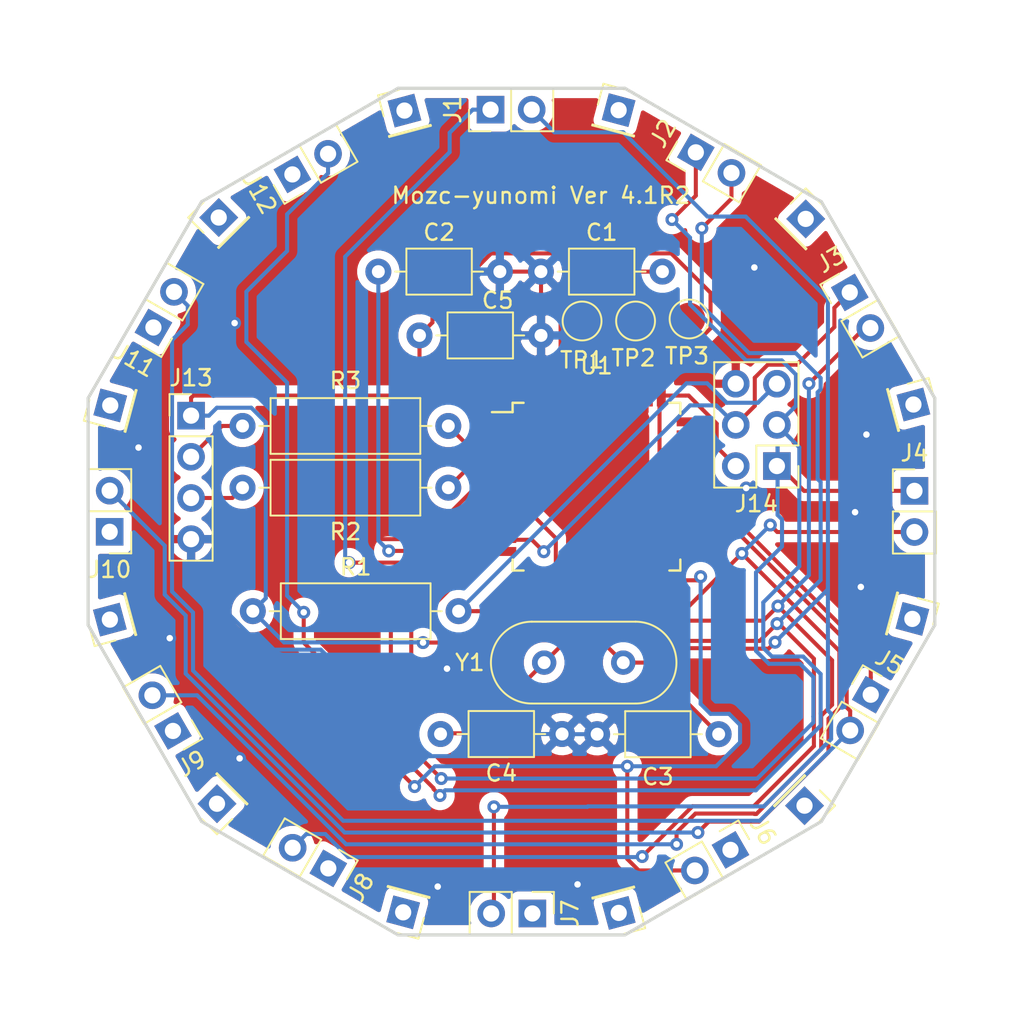
<source format=kicad_pcb>
(kicad_pcb (version 20171130) (host pcbnew 5.99.0+really5.1.10+dfsg1-1)
  (layers (0 F.Cu signal) (31 B.Cu signal) (34 B.Paste user) (35 F.Paste user) (36 B.SilkS user) (37 F.SilkS user) (38 B.Mask user) (39 F.Mask user) (44 Edge.Cuts user))
  (net 0 "")
  (net 1 "Net-(C1-Pad2)")
  (net 2 GND)
  (net 3 "Net-(C2-Pad1)")
  (net 4 XTAL1)
  (net 5 XTAL2)
  (net 6 ROW0)
  (net 7 COL0)
  (net 8 COL1)
  (net 9 ROW1)
  (net 10 COL2)
  (net 11 COL3)
  (net 12 ROW4)
  (net 13 COL4)
  (net 14 +5V)
  (net 15 D-)
  (net 16 D+)
  (net 17 "Net-(R2-Pad1)")
  (net 18 "Net-(R3-Pad1)")
  (net 19 RST)
  (net 20 "Net-(TP2-Pad1)")
  (net 21 "Net-(TP3-Pad1)")
  (net 22 MOSI)
  (net 23 MISO)
  (net 24 COL5)
  (net 25 "Net-(TP1-Pad1)")
  (module Capacitor_THT:C_Axial_L3.8mm_D2.6mm_P7.50mm_Horizontal (layer F.Cu) (at 144.78 82.55)
    (fp_text reference C1 (at 3.75 -2.42) (layer F.SilkS))
    (fp_text value 0.1uF)
    (pad 2 thru_hole oval (at 7.5 0) (size 1.6 1.6) (drill 0.8) (layers *.Cu *.Mask) (net 1 "Net-(C1-Pad2)"))
    (pad 1 thru_hole circle (at 0 0) (size 1.6 1.6) (drill 0.8) (layers *.Cu *.Mask) (net 2 GND))
  )
  (module Capacitor_THT:C_Axial_L3.8mm_D2.6mm_P7.50mm_Horizontal (layer F.Cu) (at 134.747 82.55)
    (fp_text reference C2 (at 3.75 -2.42) (layer F.SilkS))
    (fp_text value 1uF)
    (pad 1 thru_hole circle (at 0 0) (size 1.6 1.6) (drill 0.8) (layers *.Cu *.Mask) (net 3 "Net-(C2-Pad1)"))
    (pad 2 thru_hole oval (at 7.5 0) (size 1.6 1.6) (drill 0.8) (layers *.Cu *.Mask) (net 2 GND))
  )
  (module Capacitor_THT:C_Axial_L3.8mm_D2.6mm_P7.50mm_Horizontal (layer F.Cu) (at 148.24964 111.09706)
    (fp_text reference C3 (at 3.75 2.63144) (layer F.SilkS))
    (fp_text value C)
    (pad 2 thru_hole oval (at 7.5 0) (size 1.6 1.6) (drill 0.8) (layers *.Cu *.Mask) (net 4 XTAL1))
    (pad 1 thru_hole circle (at 0 0) (size 1.6 1.6) (drill 0.8) (layers *.Cu *.Mask) (net 2 GND))
  )
  (module Capacitor_THT:C_Axial_L3.8mm_D2.6mm_P7.50mm_Horizontal (layer F.Cu) (at 146.08556 111.0869 180)
    (fp_text reference C4 (at 3.75 -2.42) (layer F.SilkS))
    (fp_text value C)
    (pad 1 thru_hole circle (at 0 0 180) (size 1.6 1.6) (drill 0.8) (layers *.Cu *.Mask) (net 2 GND))
    (pad 2 thru_hole oval (at 7.5 0 180) (size 1.6 1.6) (drill 0.8) (layers *.Cu *.Mask) (net 5 XTAL2))
  )
  (module Connector_PinHeader_2.54mm:PinHeader_1x02_P2.54mm_Vertical (layer F.Cu) (at 141.67104 72.5551 90)
    (fp_text reference J1 (at 0 -2.33 90) (layer F.SilkS))
    (fp_text value Conn_01x02_Male)
    (pad 2 thru_hole oval (at 0 2.54 90) (size 1.7 1.7) (drill 1) (layers *.Cu *.Mask) (net 7 COL0))
    (pad 1 thru_hole rect (at 0 0 90) (size 1.7 1.7) (drill 1) (layers *.Cu *.Mask) (net 6 ROW0))
  )
  (module Connector_PinHeader_2.54mm:PinHeader_1x02_P2.54mm_Vertical (layer F.Cu) (at 154.34056 75.18908 60)
    (fp_text reference J2 (at 0 -2.33 60) (layer F.SilkS))
    (fp_text value Conn_01x02_Male)
    (pad 1 thru_hole rect (at 0 0 60) (size 1.7 1.7) (drill 1) (layers *.Cu *.Mask) (net 9 ROW1))
    (pad 2 thru_hole oval (at 0 2.54 60) (size 1.7 1.7) (drill 1) (layers *.Cu *.Mask) (net 8 COL1))
  )
  (module Connector_PinHeader_2.54mm:PinHeader_1x02_P2.54mm_Vertical (layer F.Cu) (at 163.84016 83.8327 30)
    (fp_text reference J3 (at 0 -2.33 30) (layer F.SilkS))
    (fp_text value Conn_01x02_Male)
    (pad 2 thru_hole oval (at 0 2.54 30) (size 1.7 1.7) (drill 1) (layers *.Cu *.Mask) (net 10 COL2))
    (pad 1 thru_hole rect (at 0 0 30) (size 1.7 1.7) (drill 1) (layers *.Cu *.Mask) (net 22 MOSI))
  )
  (module Connector_PinHeader_2.54mm:PinHeader_1x02_P2.54mm_Vertical (layer F.Cu) (at 167.83304 96.08058)
    (fp_text reference J4 (at 0 -2.33) (layer F.SilkS))
    (fp_text value Conn_01x02_Male)
    (pad 1 thru_hole rect (at 0 0) (size 1.7 1.7) (drill 1) (layers *.Cu *.Mask) (net 23 MISO))
    (pad 2 thru_hole oval (at 0 2.54) (size 1.7 1.7) (drill 1) (layers *.Cu *.Mask) (net 11 COL3))
  )
  (module Connector_PinHeader_2.54mm:PinHeader_1x02_P2.54mm_Vertical (layer F.Cu) (at 165.13556 108.6612 330)
    (fp_text reference J5 (at 0 -2.33 150) (layer F.SilkS))
    (fp_text value Conn_01x02_Male)
    (pad 2 thru_hole oval (at 0 2.54 330) (size 1.7 1.7) (drill 1) (layers *.Cu *.Mask) (net 13 COL4))
    (pad 1 thru_hole rect (at 0 0 330) (size 1.7 1.7) (drill 1) (layers *.Cu *.Mask) (net 12 ROW4))
  )
  (module Connector_PinHeader_2.54mm:PinHeader_1x02_P2.54mm_Vertical (layer F.Cu) (at 156.47924 118.237 300)
    (fp_text reference J6 (at 0 -2.33 120) (layer F.SilkS))
    (fp_text value Conn_01x02_Male)
    (pad 1 thru_hole rect (at 0 0 300) (size 1.7 1.7) (drill 1) (layers *.Cu *.Mask))
    (pad 2 thru_hole oval (at 0 2.54 300) (size 1.7 1.7) (drill 1) (layers *.Cu *.Mask) (net 24 COL5))
  )
  (module Connector_PinHeader_2.54mm:PinHeader_1x02_P2.54mm_Vertical (layer F.Cu) (at 144.25168 122.1613 270)
    (fp_text reference J7 (at 0 -2.33 90) (layer F.SilkS))
    (fp_text value Conn_01x02_Male)
    (pad 2 thru_hole oval (at 0 2.54 270) (size 1.7 1.7) (drill 1) (layers *.Cu *.Mask) (net 7 COL0))
    (pad 1 thru_hole rect (at 0 0 270) (size 1.7 1.7) (drill 1) (layers *.Cu *.Mask))
  )
  (module Connector_PinHeader_2.54mm:PinHeader_1x02_P2.54mm_Vertical (layer F.Cu) (at 131.65836 119.37746 240)
    (fp_text reference J8 (at 0 -2.33 60) (layer F.SilkS))
    (fp_text value Conn_01x02_Male)
    (pad 1 thru_hole rect (at 0 0 240) (size 1.7 1.7) (drill 1) (layers *.Cu *.Mask))
    (pad 2 thru_hole oval (at 0 2.54 240) (size 1.7 1.7) (drill 1) (layers *.Cu *.Mask) (net 8 COL1))
  )
  (module Connector_PinHeader_2.54mm:PinHeader_1x02_P2.54mm_Vertical (layer F.Cu) (at 122.0724 110.8964 210)
    (fp_text reference J9 (at 0 -2.33 30) (layer F.SilkS))
    (fp_text value Conn_01x02_Male)
    (pad 2 thru_hole oval (at 0 2.54 210) (size 1.7 1.7) (drill 1) (layers *.Cu *.Mask) (net 10 COL2))
    (pad 1 thru_hole rect (at 0 0 210) (size 1.7 1.7) (drill 1) (layers *.Cu *.Mask))
  )
  (module Connector_PinHeader_2.54mm:PinHeader_1x02_P2.54mm_Vertical (layer F.Cu) (at 118.16588 98.60788 180)
    (fp_text reference J10 (at 0 -2.33) (layer F.SilkS))
    (fp_text value Conn_01x02_Male)
    (pad 1 thru_hole rect (at 0 0 180) (size 1.7 1.7) (drill 1) (layers *.Cu *.Mask))
    (pad 2 thru_hole oval (at 0 2.54 180) (size 1.7 1.7) (drill 1) (layers *.Cu *.Mask) (net 11 COL3))
  )
  (module Connector_PinHeader_2.54mm:PinHeader_1x02_P2.54mm_Vertical (layer F.Cu) (at 120.8659 85.99932 150)
    (fp_text reference J11 (at 0 -2.33 150) (layer F.SilkS))
    (fp_text value Conn_01x02_Male)
    (pad 2 thru_hole oval (at 0 2.54 150) (size 1.7 1.7) (drill 1) (layers *.Cu *.Mask) (net 13 COL4))
    (pad 1 thru_hole rect (at 0 0 150) (size 1.7 1.7) (drill 1) (layers *.Cu *.Mask))
  )
  (module Connector_PinHeader_2.54mm:PinHeader_1x02_P2.54mm_Vertical (layer F.Cu) (at 129.44348 76.55052 120)
    (fp_text reference J12 (at 0 -2.33 120) (layer F.SilkS))
    (fp_text value Conn_01x02_Male)
    (pad 1 thru_hole rect (at 0 0 120) (size 1.7 1.7) (drill 1) (layers *.Cu *.Mask))
    (pad 2 thru_hole oval (at 0 2.54 120) (size 1.7 1.7) (drill 1) (layers *.Cu *.Mask) (net 24 COL5))
  )
  (module Connector_PinHeader_2.54mm:PinHeader_1x04_P2.54mm_Vertical (layer F.Cu) (at 123.19 91.44)
    (fp_text reference J13 (at 0 -2.33) (layer F.SilkS))
    (fp_text value Conn_01x04_Male)
    (pad 1 thru_hole rect (at 0 0) (size 1.7 1.7) (drill 1) (layers *.Cu *.Mask) (net 14 +5V))
    (pad 2 thru_hole oval (at 0 2.54) (size 1.7 1.7) (drill 1) (layers *.Cu *.Mask) (net 15 D-))
    (pad 3 thru_hole oval (at 0 5.08) (size 1.7 1.7) (drill 1) (layers *.Cu *.Mask) (net 16 D+))
    (pad 4 thru_hole oval (at 0 7.62) (size 1.7 1.7) (drill 1) (layers *.Cu *.Mask) (net 2 GND))
  )
  (module Connector_PinHeader_2.54mm:PinHeader_2x03_P2.54mm_Vertical (layer F.Cu) (at 159.34436 94.54896 180)
    (fp_text reference J14 (at 1.27 -2.33) (layer F.SilkS))
    (fp_text value Conn_02x03_Odd_Even)
    (pad 1 thru_hole rect (at 0 0 180) (size 1.7 1.7) (drill 1) (layers *.Cu *.Mask) (net 23 MISO))
    (pad 2 thru_hole oval (at 2.54 0 180) (size 1.7 1.7) (drill 1) (layers *.Cu *.Mask) (net 14 +5V))
    (pad 3 thru_hole oval (at 0 2.54 180) (size 1.7 1.7) (drill 1) (layers *.Cu *.Mask) (net 9 ROW1))
    (pad 4 thru_hole oval (at 2.54 2.54 180) (size 1.7 1.7) (drill 1) (layers *.Cu *.Mask) (net 22 MOSI))
    (pad 5 thru_hole oval (at 0 5.08 180) (size 1.7 1.7) (drill 1) (layers *.Cu *.Mask) (net 19 RST))
    (pad 6 thru_hole oval (at 2.54 5.08 180) (size 1.7 1.7) (drill 1) (layers *.Cu *.Mask) (net 2 GND))
  )
  (module Connector_PinHeader_2.54mm:PinHeader_1x01_P2.54mm_Vertical (layer F.Cu) (at 136.3599 72.61098 15)
    (fp_text reference J15 hide)
    (fp_text value Conn_01x01_Male)
    (pad 1 thru_hole rect (at 0 0 15) (size 1.7 1.7) (drill 1) (layers *.Cu *.Mask))
  )
  (module Connector_PinHeader_2.54mm:PinHeader_1x01_P2.54mm_Vertical (layer F.Cu) (at 124.89688 79.21244 45)
    (fp_text reference J16 hide)
    (fp_text value Conn_01x01_Male)
    (pad 1 thru_hole rect (at 0 0 45) (size 1.7 1.7) (drill 1) (layers *.Cu *.Mask))
  )
  (module Connector_PinHeader_2.54mm:PinHeader_1x01_P2.54mm_Vertical (layer F.Cu) (at 118.20144 90.80754 75)
    (fp_text reference J17 hide)
    (fp_text value Conn_01x01_Male)
    (pad 1 thru_hole rect (at 0 0 75) (size 1.7 1.7) (drill 1) (layers *.Cu *.Mask))
  )
  (module Connector_PinHeader_2.54mm:PinHeader_1x01_P2.54mm_Vertical (layer F.Cu) (at 118.17858 104.0257 105)
    (fp_text reference J18 hide)
    (fp_text value Conn_01x01_Male)
    (pad 1 thru_hole rect (at 0 0 105) (size 1.7 1.7) (drill 1) (layers *.Cu *.Mask))
  )
  (module Connector_PinHeader_2.54mm:PinHeader_1x01_P2.54mm_Vertical (layer F.Cu) (at 124.7902 115.38966 135)
    (fp_text reference J19 hide)
    (fp_text value Conn_01x01_Male)
    (pad 1 thru_hole rect (at 0 0 135) (size 1.7 1.7) (drill 1) (layers *.Cu *.Mask))
  )
  (module Connector_PinHeader_2.54mm:PinHeader_1x01_P2.54mm_Vertical (layer F.Cu) (at 136.27862 122.09018 165)
    (fp_text reference J20 hide)
    (fp_text value Conn_01x01_Male)
    (pad 1 thru_hole rect (at 0 0 165) (size 1.7 1.7) (drill 1) (layers *.Cu *.Mask))
  )
  (module Connector_PinHeader_2.54mm:PinHeader_1x01_P2.54mm_Vertical (layer F.Cu) (at 149.58314 122.12574 195)
    (fp_text reference J21 hide)
    (fp_text value Conn_01x01_Male)
    (pad 1 thru_hole rect (at 0 0 195) (size 1.7 1.7) (drill 1) (layers *.Cu *.Mask))
  )
  (module Connector_PinHeader_2.54mm:PinHeader_1x01_P2.54mm_Vertical (layer F.Cu) (at 161.0487 115.50904 225)
    (fp_text reference J22 hide)
    (fp_text value Conn_01x01_Male)
    (pad 1 thru_hole rect (at 0 0 225) (size 1.7 1.7) (drill 1) (layers *.Cu *.Mask))
  )
  (module Connector_PinHeader_2.54mm:PinHeader_1x01_P2.54mm_Vertical (layer F.Cu) (at 167.7035 103.98252 255)
    (fp_text reference J23 hide)
    (fp_text value Conn_01x01_Male)
    (pad 1 thru_hole rect (at 0 0 255) (size 1.7 1.7) (drill 1) (layers *.Cu *.Mask))
  )
  (module Connector_PinHeader_2.54mm:PinHeader_1x01_P2.54mm_Vertical (layer F.Cu) (at 167.76954 90.75166 285)
    (fp_text reference J24 hide)
    (fp_text value Conn_01x01_Male)
    (pad 1 thru_hole rect (at 0 0 285) (size 1.7 1.7) (drill 1) (layers *.Cu *.Mask))
  )
  (module Connector_PinHeader_2.54mm:PinHeader_1x01_P2.54mm_Vertical (layer F.Cu) (at 161.12236 79.29626 315)
    (fp_text reference J25 hide)
    (fp_text value Conn_01x01_Male)
    (pad 1 thru_hole rect (at 0 0 315) (size 1.7 1.7) (drill 1) (layers *.Cu *.Mask))
  )
  (module Resistor_THT:R_Axial_DIN0309_L9.0mm_D3.2mm_P12.70mm_Horizontal (layer F.Cu) (at 127 103.505)
    (fp_text reference R1 (at 6.35 -2.72) (layer F.SilkS))
    (fp_text value 10K)
    (pad 1 thru_hole circle (at 0 0) (size 1.6 1.6) (drill 0.8) (layers *.Cu *.Mask) (net 14 +5V))
    (pad 2 thru_hole oval (at 12.7 0) (size 1.6 1.6) (drill 0.8) (layers *.Cu *.Mask) (net 19 RST))
  )
  (module Resistor_THT:R_Axial_DIN0309_L9.0mm_D3.2mm_P12.70mm_Horizontal (layer F.Cu) (at 139.065 95.885 180)
    (fp_text reference R2 (at 6.35 -2.72) (layer F.SilkS))
    (fp_text value 22)
    (pad 2 thru_hole oval (at 12.7 0 180) (size 1.6 1.6) (drill 0.8) (layers *.Cu *.Mask) (net 16 D+))
    (pad 1 thru_hole circle (at 0 0 180) (size 1.6 1.6) (drill 0.8) (layers *.Cu *.Mask) (net 17 "Net-(R2-Pad1)"))
  )
  (module Resistor_THT:R_Axial_DIN0309_L9.0mm_D3.2mm_P12.70mm_Horizontal (layer F.Cu) (at 139.065 92.075 180)
    (fp_text reference R3 (at 6.35 2.794) (layer F.SilkS))
    (fp_text value 22)
    (pad 1 thru_hole circle (at 0 0 180) (size 1.6 1.6) (drill 0.8) (layers *.Cu *.Mask) (net 18 "Net-(R3-Pad1)"))
    (pad 2 thru_hole oval (at 12.7 0 180) (size 1.6 1.6) (drill 0.8) (layers *.Cu *.Mask) (net 15 D-))
  )
  (module Connector_PinHeader_2.54mm:PinHeader_1x01_P2.54mm_Vertical (layer F.Cu) (at 149.57552 72.58558 345)
    (fp_text reference J26 hide)
    (fp_text value Conn_01x01_Male)
    (pad 1 thru_hole rect (at 0 0 345) (size 1.7 1.7) (drill 1) (layers *.Cu *.Mask))
  )
  (module Crystal:Crystal_HC49-4H_Vertical (layer F.Cu) (at 149.86 106.68 180)
    (fp_text reference Y1 (at 9.4615 0) (layer F.SilkS))
    (fp_text value 16MHz)
    (pad 1 thru_hole circle (at 0 0 180) (size 1.5 1.5) (drill 0.8) (layers *.Cu *.Mask) (net 4 XTAL1))
    (pad 2 thru_hole circle (at 4.88 0 180) (size 1.5 1.5) (drill 0.8) (layers *.Cu *.Mask) (net 5 XTAL2))
  )
  (module Capacitor_THT:C_Axial_L3.8mm_D2.6mm_P7.50mm_Horizontal (layer F.Cu) (at 137.287 86.487)
    (fp_text reference C5 (at 4.826 -2.159) (layer F.SilkS))
    (fp_text value C)
    (pad 1 thru_hole circle (at 0 0) (size 1.6 1.6) (drill 0.8) (layers *.Cu *.Mask) (net 14 +5V))
    (pad 2 thru_hole oval (at 7.5 0) (size 1.6 1.6) (drill 0.8) (layers *.Cu *.Mask) (net 2 GND))
  )
  (module TestPoint:TestPoint_Pad_D2.0mm (layer F.Cu) (at 147.32 85.598)
    (fp_text reference TP1 (at 0 2.413) (layer F.SilkS))
    (fp_text value TestPoint)
    (pad 1 smd circle (at 0 0) (size 2 2) (layers F.Cu F.Mask) (net 25 "Net-(TP1-Pad1)"))
  )
  (module TestPoint:TestPoint_Pad_D2.0mm (layer F.Cu) (at 150.622 85.598)
    (fp_text reference TP2 (at -0.127 2.286) (layer F.SilkS))
    (fp_text value TestPoint)
    (pad 1 smd circle (at 0 0) (size 2 2) (layers F.Cu F.Mask) (net 20 "Net-(TP2-Pad1)"))
  )
  (module TestPoint:TestPoint_Pad_D2.0mm (layer F.Cu) (at 153.924 85.471)
    (fp_text reference TP3 (at -0.127 2.286) (layer F.SilkS))
    (fp_text value TestPoint)
    (pad 1 smd circle (at 0 0) (size 2 2) (layers F.Cu F.Mask) (net 21 "Net-(TP3-Pad1)"))
  )
  (module Package_QFP:TQFP-44_10x10mm_P0.8mm (layer F.Cu) (at 148.209 95.8215)
    (fp_text reference U1 (at 0 -7.45) (layer F.SilkS))
    (fp_text value ATmega32U4-AU)
    (pad 1 smd rect (at -5.7 -4) (size 1.5 0.55) (layers F.Cu F.Paste F.Mask))
    (pad 2 smd rect (at -5.7 -3.2) (size 1.5 0.55) (layers F.Cu F.Paste F.Mask) (net 14 +5V))
    (pad 3 smd rect (at -5.7 -2.4) (size 1.5 0.55) (layers F.Cu F.Paste F.Mask) (net 18 "Net-(R3-Pad1)"))
    (pad 4 smd rect (at -5.7 -1.6) (size 1.5 0.55) (layers F.Cu F.Paste F.Mask) (net 17 "Net-(R2-Pad1)"))
    (pad 5 smd rect (at -5.7 -0.8) (size 1.5 0.55) (layers F.Cu F.Paste F.Mask) (net 2 GND))
    (pad 6 smd rect (at -5.7 0) (size 1.5 0.55) (layers F.Cu F.Paste F.Mask) (net 3 "Net-(C2-Pad1)"))
    (pad 7 smd rect (at -5.7 0.8) (size 1.5 0.55) (layers F.Cu F.Paste F.Mask) (net 14 +5V))
    (pad 8 smd rect (at -5.7 1.6) (size 1.5 0.55) (layers F.Cu F.Paste F.Mask) (net 6 ROW0))
    (pad 9 smd rect (at -5.7 2.4) (size 1.5 0.55) (layers F.Cu F.Paste F.Mask) (net 9 ROW1))
    (pad 10 smd rect (at -5.7 3.2) (size 1.5 0.55) (layers F.Cu F.Paste F.Mask) (net 22 MOSI))
    (pad 11 smd rect (at -5.7 4) (size 1.5 0.55) (layers F.Cu F.Paste F.Mask) (net 23 MISO))
    (pad 12 smd rect (at -4 5.7 90) (size 1.5 0.55) (layers F.Cu F.Paste F.Mask))
    (pad 13 smd rect (at -3.2 5.7 90) (size 1.5 0.55) (layers F.Cu F.Paste F.Mask) (net 19 RST))
    (pad 14 smd rect (at -2.4 5.7 90) (size 1.5 0.55) (layers F.Cu F.Paste F.Mask) (net 14 +5V))
    (pad 15 smd rect (at -1.6 5.7 90) (size 1.5 0.55) (layers F.Cu F.Paste F.Mask) (net 2 GND))
    (pad 16 smd rect (at -0.8 5.7 90) (size 1.5 0.55) (layers F.Cu F.Paste F.Mask) (net 5 XTAL2))
    (pad 17 smd rect (at 0 5.7 90) (size 1.5 0.55) (layers F.Cu F.Paste F.Mask) (net 4 XTAL1))
    (pad 18 smd rect (at 0.8 5.7 90) (size 1.5 0.55) (layers F.Cu F.Paste F.Mask) (net 7 COL0))
    (pad 19 smd rect (at 1.6 5.7 90) (size 1.5 0.55) (layers F.Cu F.Paste F.Mask) (net 8 COL1))
    (pad 20 smd rect (at 2.4 5.7 90) (size 1.5 0.55) (layers F.Cu F.Paste F.Mask) (net 10 COL2))
    (pad 21 smd rect (at 3.2 5.7 90) (size 1.5 0.55) (layers F.Cu F.Paste F.Mask) (net 11 COL3))
    (pad 22 smd rect (at 4 5.7 90) (size 1.5 0.55) (layers F.Cu F.Paste F.Mask) (net 24 COL5))
    (pad 23 smd rect (at 5.7 4) (size 1.5 0.55) (layers F.Cu F.Paste F.Mask) (net 2 GND))
    (pad 24 smd rect (at 5.7 3.2) (size 1.5 0.55) (layers F.Cu F.Paste F.Mask) (net 14 +5V))
    (pad 25 smd rect (at 5.7 2.4) (size 1.5 0.55) (layers F.Cu F.Paste F.Mask) (net 13 COL4))
    (pad 26 smd rect (at 5.7 1.6) (size 1.5 0.55) (layers F.Cu F.Paste F.Mask))
    (pad 27 smd rect (at 5.7 0.8) (size 1.5 0.55) (layers F.Cu F.Paste F.Mask))
    (pad 28 smd rect (at 5.7 0) (size 1.5 0.55) (layers F.Cu F.Paste F.Mask) (net 12 ROW4))
    (pad 29 smd rect (at 5.7 -0.8) (size 1.5 0.55) (layers F.Cu F.Paste F.Mask))
    (pad 30 smd rect (at 5.7 -1.6) (size 1.5 0.55) (layers F.Cu F.Paste F.Mask))
    (pad 31 smd rect (at 5.7 -2.4) (size 1.5 0.55) (layers F.Cu F.Paste F.Mask))
    (pad 32 smd rect (at 5.7 -3.2) (size 1.5 0.55) (layers F.Cu F.Paste F.Mask))
    (pad 33 smd rect (at 5.7 -4) (size 1.5 0.55) (layers F.Cu F.Paste F.Mask))
    (pad 34 smd rect (at 4 -5.7 90) (size 1.5 0.55) (layers F.Cu F.Paste F.Mask) (net 14 +5V))
    (pad 35 smd rect (at 3.2 -5.7 90) (size 1.5 0.55) (layers F.Cu F.Paste F.Mask) (net 2 GND))
    (pad 36 smd rect (at 2.4 -5.7 90) (size 1.5 0.55) (layers F.Cu F.Paste F.Mask) (net 21 "Net-(TP3-Pad1)"))
    (pad 37 smd rect (at 1.6 -5.7 90) (size 1.5 0.55) (layers F.Cu F.Paste F.Mask) (net 20 "Net-(TP2-Pad1)"))
    (pad 38 smd rect (at 0.8 -5.7 90) (size 1.5 0.55) (layers F.Cu F.Paste F.Mask) (net 25 "Net-(TP1-Pad1)"))
    (pad 39 smd rect (at 0 -5.7 90) (size 1.5 0.55) (layers F.Cu F.Paste F.Mask))
    (pad 40 smd rect (at -0.8 -5.7 90) (size 1.5 0.55) (layers F.Cu F.Paste F.Mask))
    (pad 41 smd rect (at -1.6 -5.7 90) (size 1.5 0.55) (layers F.Cu F.Paste F.Mask))
    (pad 42 smd rect (at -2.4 -5.7 90) (size 1.5 0.55) (layers F.Cu F.Paste F.Mask) (net 1 "Net-(C1-Pad2)"))
    (pad 43 smd rect (at -3.2 -5.7 90) (size 1.5 0.55) (layers F.Cu F.Paste F.Mask) (net 2 GND))
    (pad 44 smd rect (at -4 -5.7 90) (size 1.5 0.55) (layers F.Cu F.Paste F.Mask) (net 14 +5V))
  )
  (gr_line (start 149.962791 123.484515) (end 135.962793 123.484515) (layer Edge.Cuts) (width 0.2))
  (gr_line (start 123.838438 116.484515) (end 116.838438 104.36016) (layer Edge.Cuts) (width 0.2))
  (gr_line (start 169.087154 90.36016) (end 169.087154 104.36016) (layer Edge.Cuts) (width 0.2))
  (gr_line (start 169.087154 104.36016) (end 162.08715 116.484515) (layer Edge.Cuts) (width 0.2))
  (gr_line (start 116.838438 90.36016) (end 123.838438 78.235805) (layer Edge.Cuts) (width 0.2))
  (gr_line (start 162.08715 116.484515) (end 149.962791 123.484515) (layer Edge.Cuts) (width 0.2))
  (gr_line (start 116.838438 104.36016) (end 116.838438 90.36016) (layer Edge.Cuts) (width 0.2))
  (gr_line (start 123.838438 78.235805) (end 135.962793 71.235805) (layer Edge.Cuts) (width 0.2))
  (gr_line (start 162.08715 78.235805) (end 169.087154 90.36016) (layer Edge.Cuts) (width 0.2))
  (gr_line (start 135.962793 123.484515) (end 123.838438 116.484515) (layer Edge.Cuts) (width 0.2))
  (gr_line (start 135.962793 71.235805) (end 149.962791 71.235805) (layer Edge.Cuts) (width 0.2))
  (gr_line (start 149.962791 71.235805) (end 162.08715 78.235805) (layer Edge.Cuts) (width 0.2))
  (gr_text "Mozc-yunomi Ver 4.1R2" (at 144.78 77.851) (layer F.SilkS) (effects (font (size 1 1))))
  (segment (start 145.7 89.2) (end 145.7 90.2) (width 0.25) (layer F.Cu) (net 1))
  (segment (start 145.994999 88.905001) (end 145.7 89.2) (width 0.25) (layer F.Cu) (net 1))
  (segment (start 145.994999 84.961999) (end 145.994999 88.905001) (width 0.25) (layer F.Cu) (net 1))
  (segment (start 148.406998 82.55) (end 145.994999 84.961999) (width 0.25) (layer F.Cu) (net 1))
  (segment (start 152.28 82.55) (end 148.406998 82.55) (width 0.25) (layer F.Cu) (net 1))
  (segment (start 144.9 86.6) (end 144.787 86.487) (width 0.25) (layer F.Cu) (net 2))
  (segment (start 144.9 90.2) (end 144.9 86.6) (width 0.25) (layer F.Cu) (net 2))
  (segment (start 144.787 82.557) (end 144.78 82.55) (width 0.25) (layer F.Cu) (net 2))
  (segment (start 144.787 86.487) (end 144.787 82.557) (width 0.25) (layer F.Cu) (net 2))
  (segment (start 144.78 82.55) (end 142.247 82.55) (width 0.25) (layer F.Cu) (net 2))
  (segment (start 124.392081 99.06) (end 123.19 99.06) (width 0.25) (layer F.Cu) (net 2))
  (segment (start 137.555002 99.06) (end 124.392081 99.06) (width 0.25) (layer F.Cu) (net 2))
  (segment (start 141.515002 95.1) (end 137.555002 99.06) (width 0.25) (layer F.Cu) (net 2))
  (segment (start 142.4 95.1) (end 141.515002 95.1) (width 0.25) (layer F.Cu) (net 2))
  (segment (start 146.5 98.2) (end 146.5 100.6) (width 0.25) (layer F.Cu) (net 2))
  (segment (start 143.4 95.1) (end 146.5 98.2) (width 0.25) (layer F.Cu) (net 2))
  (segment (start 152.8 99.9) (end 153.8 99.9) (width 0.25) (layer F.Cu) (net 2))
  (segment (start 147.2 99.9) (end 152.8 99.9) (width 0.25) (layer F.Cu) (net 2))
  (segment (start 146.5 100.6) (end 147.2 99.9) (width 0.25) (layer F.Cu) (net 2))
  (segment (start 146.5 101.6) (end 146.5 100.6) (width 0.25) (layer F.Cu) (net 2))
  (segment (start 144.975001 91.275001) (end 144.9 91.2) (width 0.25) (layer F.Cu) (net 2))
  (segment (start 151.224999 91.275001) (end 144.975001 91.275001) (width 0.25) (layer F.Cu) (net 2))
  (segment (start 144.9 91.2) (end 144.9 90.2) (width 0.25) (layer F.Cu) (net 2))
  (segment (start 151.3 91.2) (end 151.224999 91.275001) (width 0.25) (layer F.Cu) (net 2))
  (segment (start 151.3 90.2) (end 151.3 91.2) (width 0.25) (layer F.Cu) (net 2))
  (segment (start 143.4 95.1) (end 142.4 95.1) (width 0.25) (layer F.Cu) (net 2))
  (segment (start 144.9 93.6) (end 143.4 95.1) (width 0.25) (layer F.Cu) (net 2))
  (segment (start 144.9 90.2) (end 144.9 93.6) (width 0.25) (layer F.Cu) (net 2))
  (via (at 126.18466 112.59058) (size 0.8) (drill 0.4) (layers F.Cu B.Cu) (net 2))
  (via (at 121.87428 105.17124) (size 0.8) (drill 0.4) (layers F.Cu B.Cu) (net 2))
  (via (at 125.87732 85.725) (size 0.8) (drill 0.4) (layers F.Cu B.Cu) (net 2))
  (via (at 119.94642 93.4085) (size 0.8) (drill 0.4) (layers F.Cu B.Cu) (net 2))
  (via (at 147.0406 120.36806) (size 0.8) (drill 0.4) (layers F.Cu B.Cu) (net 2))
  (via (at 138.41222 120.50268) (size 0.8) (drill 0.4) (layers F.Cu B.Cu) (net 2))
  (via (at 138.98372 107.05338) (size 0.8) (drill 0.4) (layers F.Cu B.Cu) (net 2))
  (via (at 157.44698 95.90532) (size 0.8) (drill 0.4) (layers F.Cu B.Cu) (net 2))
  (via (at 164.16782 97.3963) (size 0.8) (drill 0.4) (layers F.Cu B.Cu) (net 2))
  (via (at 164.86886 92.60586) (size 0.8) (drill 0.4) (layers F.Cu B.Cu) (net 2))
  (via (at 164.52342 102.01148) (size 0.8) (drill 0.4) (layers F.Cu B.Cu) (net 2))
  (segment (start 156.470997 89.440001) (end 157.409001 89.440001) (width 0.25) (layer F.Cu) (net 2))
  (segment (start 146.09572 111.09706) (end 146.08556 111.0869) (width 0.25) (layer B.Cu) (net 2))
  (segment (start 148.24964 111.09706) (end 146.09572 111.09706) (width 0.25) (layer B.Cu) (net 2))
  (segment (start 144.08912 111.0869) (end 146.08556 111.0869) (width 0.25) (layer B.Cu) (net 2))
  (segment (start 123.19 99.06) (end 123.19 101.360002) (width 0.25) (layer B.Cu) (net 2))
  (segment (start 123.19 101.360002) (end 127.712868 105.88287) (width 0.25) (layer B.Cu) (net 2))
  (segment (start 127.712868 105.88287) (end 131.19905 105.88287) (width 0.25) (layer B.Cu) (net 2))
  (segment (start 142.7226 112.45342) (end 144.08912 111.0869) (width 0.25) (layer B.Cu) (net 2))
  (segment (start 131.19905 105.88287) (end 137.7696 112.45342) (width 0.25) (layer B.Cu) (net 2))
  (segment (start 137.7696 112.45342) (end 142.7226 112.45342) (width 0.25) (layer B.Cu) (net 2))
  (via (at 157.95244 82.29346) (size 0.8) (drill 0.4) (layers F.Cu B.Cu) (net 2))
  (via (at 135.38962 99.785) (size 0.8) (drill 0.4) (layers F.Cu B.Cu) (net 3))
  (segment (start 134.747 82.55) (end 134.747 99.14238) (width 0.25) (layer B.Cu) (net 3))
  (segment (start 134.747 99.14238) (end 135.38962 99.785) (width 0.25) (layer B.Cu) (net 3))
  (segment (start 141.351412 95.9) (end 141.4 95.9) (width 0.25) (layer F.Cu) (net 3))
  (segment (start 141.4 95.9) (end 142.4 95.9) (width 0.25) (layer F.Cu) (net 3))
  (segment (start 137.466412 99.785) (end 141.351412 95.9) (width 0.25) (layer F.Cu) (net 3))
  (segment (start 135.38962 99.785) (end 137.466412 99.785) (width 0.25) (layer F.Cu) (net 3))
  (segment (start 148.1 104.92) (end 149.86 106.68) (width 0.25) (layer F.Cu) (net 4))
  (segment (start 148.1 101.6) (end 148.1 104.92) (width 0.25) (layer F.Cu) (net 4))
  (segment (start 151.33258 106.68) (end 155.74964 111.09706) (width 0.25) (layer F.Cu) (net 4))
  (segment (start 149.86 106.68) (end 151.33258 106.68) (width 0.25) (layer F.Cu) (net 4))
  (segment (start 147.3 104.36) (end 144.98 106.68) (width 0.25) (layer F.Cu) (net 5))
  (segment (start 147.3 101.6) (end 147.3 104.36) (width 0.25) (layer F.Cu) (net 5))
  (segment (start 140.61882 111.04118) (end 144.98 106.68) (width 0.25) (layer F.Cu) (net 5))
  (segment (start 138.6643 111.04118) (end 140.61882 111.04118) (width 0.25) (layer F.Cu) (net 5))
  (segment (start 142.4 97.5) (end 140.387822 97.5) (width 0.25) (layer F.Cu) (net 6))
  (segment (start 140.387822 97.5) (end 137.377821 100.510001) (width 0.25) (layer F.Cu) (net 6))
  (segment (start 140.57104 72.5551) (end 141.67104 72.5551) (width 0.25) (layer B.Cu) (net 6))
  (segment (start 139.149117 73.977023) (end 139.149117 75.176083) (width 0.25) (layer B.Cu) (net 6))
  (segment (start 140.57104 72.5551) (end 139.149117 73.977023) (width 0.25) (layer B.Cu) (net 6))
  (segment (start 139.149117 75.176083) (end 132.69976 81.62544) (width 0.25) (layer B.Cu) (net 6))
  (segment (start 132.69976 100.26904) (end 132.940721 100.510001) (width 0.25) (layer B.Cu) (net 6))
  (segment (start 132.69976 81.62544) (end 132.69976 100.26904) (width 0.25) (layer B.Cu) (net 6))
  (segment (start 137.377821 100.510001) (end 132.940721 100.510001) (width 0.25) (layer F.Cu) (net 6))
  (via (at 132.940721 100.510001) (size 0.8) (drill 0.4) (layers F.Cu B.Cu) (net 6))
  (segment (start 152.08889 105.78889) (end 157.02577 105.78889) (width 0.25) (layer F.Cu) (net 7))
  (segment (start 148.9 101.6) (end 148.9 102.6) (width 0.25) (layer F.Cu) (net 7))
  (segment (start 148.9 102.6) (end 152.08889 105.78889) (width 0.25) (layer F.Cu) (net 7))
  (via (at 141.87932 115.58016) (size 0.8) (drill 0.4) (layers F.Cu B.Cu) (net 7))
  (segment (start 141.87932 121.99366) (end 141.71168 122.1613) (width 0.25) (layer F.Cu) (net 7))
  (segment (start 141.87932 115.58016) (end 141.87932 121.99366) (width 0.25) (layer F.Cu) (net 7))
  (segment (start 145.607563 73.951623) (end 145.061039 73.405099) (width 0.25) (layer B.Cu) (net 7))
  (segment (start 145.061039 73.405099) (end 144.21104 72.5551) (width 0.25) (layer B.Cu) (net 7))
  (segment (start 155.056861 79.152919) (end 149.855565 73.951623) (width 0.25) (layer B.Cu) (net 7))
  (segment (start 149.855565 73.951623) (end 145.607563 73.951623) (width 0.25) (layer B.Cu) (net 7))
  (segment (start 162.49295 84.22539) (end 157.420479 79.152919) (width 0.25) (layer B.Cu) (net 7))
  (segment (start 157.420479 79.152919) (end 155.056861 79.152919) (width 0.25) (layer B.Cu) (net 7))
  (segment (start 162.49295 109.636052) (end 162.49295 102.977689) (width 0.25) (layer B.Cu) (net 7))
  (segment (start 141.87932 115.58016) (end 147.649762 115.58016) (width 0.25) (layer B.Cu) (net 7))
  (segment (start 147.649762 115.58016) (end 147.677921 115.552001) (width 0.25) (layer B.Cu) (net 7))
  (segment (start 158.538054 115.552001) (end 162.690559 111.399496) (width 0.25) (layer B.Cu) (net 7))
  (segment (start 147.677921 115.552001) (end 158.538054 115.552001) (width 0.25) (layer B.Cu) (net 7))
  (segment (start 162.690559 111.399496) (end 162.690559 109.833661) (width 0.25) (layer B.Cu) (net 7))
  (segment (start 162.690559 109.833661) (end 162.49295 109.636052) (width 0.25) (layer B.Cu) (net 7))
  (via (at 159.228363 105.421003) (size 0.8) (drill 0.4) (layers F.Cu B.Cu) (net 7))
  (segment (start 162.49295 102.156416) (end 159.228363 105.421003) (width 0.25) (layer B.Cu) (net 7))
  (segment (start 162.49295 101.78135) (end 162.49295 102.156416) (width 0.25) (layer B.Cu) (net 7))
  (segment (start 162.49295 101.78135) (end 162.49295 84.22539) (width 0.25) (layer B.Cu) (net 7))
  (segment (start 162.49295 102.977689) (end 162.49295 101.78135) (width 0.25) (layer B.Cu) (net 7))
  (segment (start 157.057882 105.821002) (end 157.02577 105.78889) (width 0.25) (layer F.Cu) (net 7))
  (segment (start 158.828364 105.821002) (end 157.057882 105.821002) (width 0.25) (layer F.Cu) (net 7))
  (segment (start 159.228363 105.421003) (end 158.828364 105.821002) (width 0.25) (layer F.Cu) (net 7))
  (segment (start 156.540265 76.45908) (end 156.540265 78.046515) (width 0.25) (layer F.Cu) (net 8))
  (via (at 154.70886 79.87792) (size 0.8) (drill 0.4) (layers F.Cu B.Cu) (net 8))
  (segment (start 156.540265 78.046515) (end 154.70886 79.87792) (width 0.25) (layer F.Cu) (net 8))
  (segment (start 149.7 102.6) (end 149.7 101.6) (width 0.25) (layer F.Cu) (net 8))
  (segment (start 152.43888 105.33888) (end 149.7 102.6) (width 0.25) (layer F.Cu) (net 8))
  (segment (start 158.28518 105.33888) (end 152.43888 105.33888) (width 0.25) (layer F.Cu) (net 8))
  (segment (start 131.470239 117.257461) (end 132.894278 118.6815) (width 0.25) (layer B.Cu) (net 8))
  (segment (start 129.458655 118.10746) (end 130.308654 117.257461) (width 0.25) (layer B.Cu) (net 8))
  (segment (start 130.308654 117.257461) (end 131.470239 117.257461) (width 0.25) (layer B.Cu) (net 8))
  (via (at 151.03094 118.64594) (size 0.8) (drill 0.4) (layers F.Cu B.Cu) (net 8))
  (segment (start 132.894278 118.6815) (end 150.99538 118.6815) (width 0.25) (layer B.Cu) (net 8))
  (segment (start 150.99538 118.6815) (end 151.03094 118.64594) (width 0.25) (layer B.Cu) (net 8))
  (segment (start 162.042941 89.118419) (end 160.503292 87.57877) (width 0.25) (layer B.Cu) (net 8))
  (segment (start 162.042941 89.814421) (end 162.042941 89.118419) (width 0.25) (layer B.Cu) (net 8))
  (segment (start 162.042941 101.581119) (end 162.042941 95.533041) (width 0.25) (layer B.Cu) (net 8))
  (segment (start 161.85896 89.998402) (end 162.042941 89.814421) (width 0.25) (layer B.Cu) (net 8))
  (segment (start 161.85896 95.34906) (end 161.85896 89.998402) (width 0.25) (layer B.Cu) (net 8))
  (segment (start 162.042941 95.533041) (end 161.85896 95.34906) (width 0.25) (layer B.Cu) (net 8))
  (segment (start 160.503292 87.57877) (end 157.62322 87.57877) (width 0.25) (layer B.Cu) (net 8))
  (segment (start 154.70886 84.66441) (end 154.70886 79.87792) (width 0.25) (layer B.Cu) (net 8))
  (segment (start 157.62322 87.57877) (end 154.70886 84.66441) (width 0.25) (layer B.Cu) (net 8))
  (segment (start 159.461022 104.27335) (end 159.35071 104.27335) (width 0.25) (layer F.Cu) (net 8))
  (segment (start 161.626962 106.43929) (end 159.461022 104.27335) (width 0.25) (layer F.Cu) (net 8))
  (segment (start 154.131825 115.545055) (end 157.916145 115.545055) (width 0.25) (layer F.Cu) (net 8))
  (segment (start 162.042941 101.581119) (end 159.35071 104.27335) (width 0.25) (layer B.Cu) (net 8))
  (segment (start 161.626961 111.834239) (end 161.626962 106.43929) (width 0.25) (layer F.Cu) (net 8))
  (segment (start 151.03094 118.64594) (end 154.131825 115.545055) (width 0.25) (layer F.Cu) (net 8))
  (via (at 159.35071 104.27335) (size 0.8) (drill 0.4) (layers F.Cu B.Cu) (net 8))
  (segment (start 157.916145 115.545055) (end 161.626961 111.834239) (width 0.25) (layer F.Cu) (net 8))
  (segment (start 158.28518 105.33888) (end 159.35071 104.27335) (width 0.25) (layer F.Cu) (net 8))
  (via (at 152.86736 79.3369) (size 0.8) (drill 0.4) (layers F.Cu B.Cu) (net 9))
  (segment (start 154.34056 75.18908) (end 154.34056 77.8637) (width 0.25) (layer F.Cu) (net 9))
  (segment (start 154.34056 77.8637) (end 152.86736 79.3369) (width 0.25) (layer F.Cu) (net 9))
  (segment (start 135.51916 104.18084) (end 141.4 98.3) (width 0.25) (layer F.Cu) (net 9))
  (segment (start 141.4 98.3) (end 142.4 98.3) (width 0.25) (layer F.Cu) (net 9))
  (segment (start 135.51916 109.5121) (end 135.51916 109.2581) (width 0.25) (layer F.Cu) (net 9))
  (segment (start 135.51916 109.2581) (end 135.51916 104.18084) (width 0.25) (layer F.Cu) (net 9))
  (segment (start 136.6647 112.58804) (end 135.51916 111.4425) (width 0.25) (layer F.Cu) (net 9))
  (segment (start 135.51916 111.4425) (end 135.51916 109.2581) (width 0.25) (layer F.Cu) (net 9))
  (via (at 138.55192 114.87912) (size 0.8) (drill 0.4) (layers F.Cu B.Cu) (net 9))
  (segment (start 136.6647 112.937438) (end 136.6647 112.58804) (width 0.25) (layer F.Cu) (net 9))
  (segment (start 138.151921 114.424659) (end 136.6647 112.937438) (width 0.25) (layer F.Cu) (net 9))
  (segment (start 138.151921 114.479121) (end 138.151921 114.424659) (width 0.25) (layer F.Cu) (net 9))
  (segment (start 138.55192 114.87912) (end 138.151921 114.479121) (width 0.25) (layer F.Cu) (net 9))
  (segment (start 153.267359 79.736899) (end 152.86736 79.3369) (width 0.25) (layer B.Cu) (net 9))
  (segment (start 153.983859 80.453399) (end 153.267359 79.736899) (width 0.25) (layer B.Cu) (net 9))
  (segment (start 160.519361 88.904959) (end 159.643182 88.02878) (width 0.25) (layer B.Cu) (net 9))
  (segment (start 160.519361 90.833959) (end 160.519361 88.904959) (width 0.25) (layer B.Cu) (net 9))
  (segment (start 159.643182 88.02878) (end 157.43682 88.02878) (width 0.25) (layer B.Cu) (net 9))
  (segment (start 159.34436 92.00896) (end 160.519361 90.833959) (width 0.25) (layer B.Cu) (net 9))
  (segment (start 157.43682 88.02878) (end 153.983859 84.575819) (width 0.25) (layer B.Cu) (net 9))
  (segment (start 153.983859 84.575819) (end 153.983859 80.453399) (width 0.25) (layer B.Cu) (net 9))
  (segment (start 160.72612 100.740358) (end 160.72612 93.39072) (width 0.25) (layer B.Cu) (net 9))
  (segment (start 158.503362 102.963116) (end 160.72612 100.740358) (width 0.25) (layer B.Cu) (net 9))
  (segment (start 159.038438 106.30408) (end 158.503362 105.769004) (width 0.25) (layer B.Cu) (net 9))
  (segment (start 160.72612 93.39072) (end 159.34436 92.00896) (width 0.25) (layer B.Cu) (net 9))
  (segment (start 160.96234 106.30408) (end 159.038438 106.30408) (width 0.25) (layer B.Cu) (net 9))
  (segment (start 138.55192 114.87912) (end 138.870859 114.560181) (width 0.25) (layer B.Cu) (net 9))
  (segment (start 158.503362 105.769004) (end 158.503362 102.963116) (width 0.25) (layer B.Cu) (net 9))
  (segment (start 138.870859 114.560181) (end 158.047859 114.560181) (width 0.25) (layer B.Cu) (net 9))
  (segment (start 162.04294 109.822452) (end 162.04294 107.38468) (width 0.25) (layer B.Cu) (net 9))
  (segment (start 158.047859 114.560181) (end 162.042941 110.565099) (width 0.25) (layer B.Cu) (net 9))
  (segment (start 162.04294 107.38468) (end 160.96234 106.30408) (width 0.25) (layer B.Cu) (net 9))
  (segment (start 162.042941 110.565099) (end 162.04294 109.822452) (width 0.25) (layer B.Cu) (net 9))
  (segment (start 161.31794 89.46642) (end 164.751955 86.032405) (width 0.25) (layer F.Cu) (net 10))
  (segment (start 164.751955 86.032405) (end 165.11016 86.032405) (width 0.25) (layer F.Cu) (net 10))
  (via (at 161.31794 89.46642) (size 0.8) (drill 0.4) (layers F.Cu B.Cu) (net 10))
  (via (at 153.15184 117.891001) (size 0.8) (drill 0.4) (layers F.Cu B.Cu) (net 10))
  (segment (start 153.15184 117.891001) (end 153.15184 117.16145) (width 0.25) (layer F.Cu) (net 10))
  (segment (start 132.755082 117.891002) (end 123.560775 108.696695) (width 0.25) (layer B.Cu) (net 10))
  (segment (start 123.560775 108.696695) (end 120.8024 108.696695) (width 0.25) (layer B.Cu) (net 10))
  (segment (start 153.15184 117.891001) (end 153.151839 117.891002) (width 0.25) (layer B.Cu) (net 10))
  (segment (start 153.151839 117.891002) (end 132.755082 117.891002) (width 0.25) (layer B.Cu) (net 10))
  (segment (start 153.15184 117.16145) (end 154.31749 115.9958) (width 0.25) (layer F.Cu) (net 10))
  (segment (start 157.96006 116.02212) (end 158.07549 116.02212) (width 0.25) (layer F.Cu) (net 10))
  (segment (start 154.31749 115.9958) (end 157.93374 115.9958) (width 0.25) (layer F.Cu) (net 10))
  (segment (start 157.93374 115.9958) (end 157.96006 116.02212) (width 0.25) (layer F.Cu) (net 10))
  (segment (start 158.07549 116.02212) (end 161.373115 112.724495) (width 0.25) (layer F.Cu) (net 10))
  (segment (start 162.07697 112.02064) (end 162.076971 109.955619) (width 0.25) (layer F.Cu) (net 10))
  (segment (start 161.373115 112.724495) (end 162.07697 112.02064) (width 0.25) (layer F.Cu) (net 10))
  (segment (start 162.076971 109.955619) (end 162.749408 109.283182) (width 0.25) (layer F.Cu) (net 10))
  (via (at 159.405866 103.192888) (size 0.8) (drill 0.4) (layers F.Cu B.Cu) (net 10))
  (segment (start 162.749408 109.283182) (end 162.749408 106.53643) (width 0.25) (layer F.Cu) (net 10))
  (segment (start 162.749408 106.53643) (end 159.405866 103.192888) (width 0.25) (layer F.Cu) (net 10))
  (segment (start 158.507014 104.09174) (end 159.405866 103.192888) (width 0.25) (layer F.Cu) (net 10))
  (segment (start 150.5 101.6) (end 150.5 102.6) (width 0.25) (layer F.Cu) (net 10))
  (segment (start 151.99174 104.09174) (end 158.507014 104.09174) (width 0.25) (layer F.Cu) (net 10))
  (segment (start 150.5 102.6) (end 151.99174 104.09174) (width 0.25) (layer F.Cu) (net 10))
  (segment (start 161.31794 101.280814) (end 159.405866 103.192888) (width 0.25) (layer B.Cu) (net 10))
  (segment (start 161.31794 89.46642) (end 161.31794 101.280814) (width 0.25) (layer B.Cu) (net 10))
  (segment (start 151.3 101.6) (end 151.3 102.6) (width 0.25) (layer F.Cu) (net 11))
  (segment (start 151.3 102.6) (end 151.9256 103.2256) (width 0.25) (layer F.Cu) (net 11))
  (via (at 158.93542 98.18878) (size 0.8) (drill 0.4) (layers F.Cu B.Cu) (net 11))
  (segment (start 158.93542 98.18878) (end 159.36722 98.62058) (width 0.25) (layer F.Cu) (net 11))
  (segment (start 159.36722 98.62058) (end 167.83304 98.62058) (width 0.25) (layer F.Cu) (net 11))
  (segment (start 156.9847 100.1395) (end 158.93542 98.18878) (width 0.25) (layer B.Cu) (net 11))
  (segment (start 156.9847 100.1395) (end 156.972 100.1395) (width 0.25) (layer B.Cu) (net 11))
  (segment (start 153.8859 103.2256) (end 151.9256 103.2256) (width 0.25) (layer F.Cu) (net 11))
  (segment (start 155.97124 101.14026) (end 153.8859 103.2256) (width 0.25) (layer F.Cu) (net 11))
  (segment (start 132.666491 117.166001) (end 122.8598 107.35931) (width 0.25) (layer B.Cu) (net 11))
  (segment (start 154.46756 117.166001) (end 132.666491 117.166001) (width 0.25) (layer B.Cu) (net 11))
  (segment (start 122.8598 107.35931) (end 122.8598 103.77452) (width 0.25) (layer B.Cu) (net 11))
  (segment (start 122.8598 103.77452) (end 121.56499 102.47971) (width 0.25) (layer B.Cu) (net 11))
  (segment (start 121.56499 102.47971) (end 121.56499 99.46699) (width 0.25) (layer B.Cu) (net 11))
  (segment (start 121.56499 99.46699) (end 118.16588 96.06788) (width 0.25) (layer B.Cu) (net 11))
  (via (at 154.46756 117.166001) (size 0.8) (drill 0.4) (layers F.Cu B.Cu) (net 11))
  (segment (start 163.199418 109.469582) (end 163.199418 105.961134) (width 0.25) (layer F.Cu) (net 11))
  (via (at 157.181242 99.942958) (size 0.8) (drill 0.4) (layers F.Cu B.Cu) (net 11))
  (segment (start 162.52698 112.20704) (end 162.52698 110.14202) (width 0.25) (layer F.Cu) (net 11))
  (segment (start 154.46756 117.166001) (end 155.141541 116.49202) (width 0.25) (layer F.Cu) (net 11))
  (segment (start 163.199418 105.961134) (end 157.181242 99.942958) (width 0.25) (layer F.Cu) (net 11))
  (segment (start 158.242 116.49202) (end 162.52698 112.20704) (width 0.25) (layer F.Cu) (net 11))
  (segment (start 155.141541 116.49202) (end 158.242 116.49202) (width 0.25) (layer F.Cu) (net 11))
  (segment (start 162.52698 110.14202) (end 163.199418 109.469582) (width 0.25) (layer F.Cu) (net 11))
  (segment (start 155.98394 101.14026) (end 157.181242 99.942958) (width 0.25) (layer F.Cu) (net 11))
  (segment (start 155.97124 101.14026) (end 155.98394 101.14026) (width 0.25) (layer F.Cu) (net 11))
  (segment (start 165.13556 107.579705) (end 165.13556 108.6612) (width 0.25) (layer F.Cu) (net 12))
  (segment (start 165.13556 106.23556) (end 165.13556 107.579705) (width 0.25) (layer F.Cu) (net 12))
  (segment (start 154.8 95.9) (end 165.13556 106.23556) (width 0.25) (layer F.Cu) (net 12))
  (segment (start 153.8 95.9) (end 154.8 95.9) (width 0.25) (layer F.Cu) (net 12))
  (segment (start 122.985899 84.649614) (end 122.1359 83.799615) (width 0.25) (layer B.Cu) (net 13))
  (segment (start 122.985899 85.811199) (end 122.985899 84.649614) (width 0.25) (layer B.Cu) (net 13))
  (segment (start 122.014999 86.782099) (end 122.985899 85.811199) (width 0.25) (layer B.Cu) (net 13))
  (segment (start 163.86556 110.860905) (end 158.285464 116.441001) (width 0.25) (layer B.Cu) (net 13))
  (segment (start 123.30981 103.58812) (end 122.014999 102.293309) (width 0.25) (layer B.Cu) (net 13))
  (segment (start 158.285464 116.441001) (end 132.577901 116.441001) (width 0.25) (layer B.Cu) (net 13))
  (segment (start 132.577901 116.441001) (end 123.30981 107.17291) (width 0.25) (layer B.Cu) (net 13))
  (segment (start 122.014999 102.293309) (end 122.014999 86.782099) (width 0.25) (layer B.Cu) (net 13))
  (segment (start 123.30981 107.17291) (end 123.30981 103.58812) (width 0.25) (layer B.Cu) (net 13))
  (segment (start 153.8 98.3) (end 156.56359 98.3) (width 0.25) (layer F.Cu) (net 13))
  (segment (start 163.86556 109.658824) (end 163.86556 110.860905) (width 0.25) (layer F.Cu) (net 13))
  (segment (start 163.649428 109.442692) (end 163.86556 109.658824) (width 0.25) (layer F.Cu) (net 13))
  (segment (start 163.649428 105.385838) (end 163.649428 109.442692) (width 0.25) (layer F.Cu) (net 13))
  (segment (start 156.56359 98.3) (end 163.649428 105.385838) (width 0.25) (layer F.Cu) (net 13))
  (segment (start 141.324999 92.624999) (end 141.4 92.7) (width 0.25) (layer F.Cu) (net 14))
  (segment (start 141.324999 91.364999) (end 141.324999 92.624999) (width 0.25) (layer F.Cu) (net 14))
  (segment (start 141.4 92.7) (end 142.4 92.7) (width 0.25) (layer F.Cu) (net 14))
  (segment (start 142.489998 90.2) (end 141.324999 91.364999) (width 0.25) (layer F.Cu) (net 14))
  (segment (start 144.1 90.2) (end 142.489998 90.2) (width 0.25) (layer F.Cu) (net 14))
  (segment (start 123.19 90.34) (end 123.19 91.44) (width 0.25) (layer F.Cu) (net 14))
  (segment (start 123.33 90.2) (end 123.19 90.34) (width 0.25) (layer F.Cu) (net 14))
  (segment (start 137.287 88.53836) (end 138.94864 90.2) (width 0.25) (layer F.Cu) (net 14))
  (segment (start 137.287 86.487) (end 137.287 88.53836) (width 0.25) (layer F.Cu) (net 14))
  (segment (start 144.1 90.2) (end 138.94864 90.2) (width 0.25) (layer F.Cu) (net 14))
  (segment (start 138.94864 90.2) (end 123.33 90.2) (width 0.25) (layer F.Cu) (net 14))
  (segment (start 124.780001 90.949999) (end 124.29 91.44) (width 0.25) (layer B.Cu) (net 14))
  (segment (start 126.905001 90.949999) (end 124.780001 90.949999) (width 0.25) (layer B.Cu) (net 14))
  (segment (start 124.29 91.44) (end 123.19 91.44) (width 0.25) (layer B.Cu) (net 14))
  (segment (start 127.799999 91.844997) (end 126.905001 90.949999) (width 0.25) (layer B.Cu) (net 14))
  (segment (start 127.799999 102.705001) (end 127.799999 91.844997) (width 0.25) (layer B.Cu) (net 14))
  (segment (start 127 103.505) (end 127.799999 102.705001) (width 0.25) (layer B.Cu) (net 14))
  (segment (start 145.7 100.6) (end 145.7 101.6) (width 0.25) (layer F.Cu) (net 14))
  (segment (start 145.7 99) (end 145.7 100.6) (width 0.25) (layer F.Cu) (net 14))
  (segment (start 143.4 96.7) (end 145.7 99) (width 0.25) (layer F.Cu) (net 14))
  (segment (start 142.4 96.7) (end 143.4 96.7) (width 0.25) (layer F.Cu) (net 14))
  (segment (start 142.86714 105.43286) (end 139.6111 105.43286) (width 0.25) (layer F.Cu) (net 14))
  (segment (start 145.7 101.6) (end 145.7 102.6) (width 0.25) (layer F.Cu) (net 14))
  (segment (start 145.7 102.6) (end 142.86714 105.43286) (width 0.25) (layer F.Cu) (net 14))
  (segment (start 128.92786 105.43286) (end 127 103.505) (width 0.25) (layer B.Cu) (net 14))
  (segment (start 152.1 91.2) (end 152.1 90.2) (width 0.25) (layer F.Cu) (net 14))
  (segment (start 152.1 98.210002) (end 152.1 91.2) (width 0.25) (layer F.Cu) (net 14))
  (segment (start 152.989998 99.1) (end 152.1 98.210002) (width 0.25) (layer F.Cu) (net 14))
  (segment (start 153.8 99.1) (end 152.989998 99.1) (width 0.25) (layer F.Cu) (net 14))
  (segment (start 141.706999 81.424999) (end 138.086999 85.044999) (width 0.25) (layer F.Cu) (net 14))
  (segment (start 152.820001 81.424999) (end 141.706999 81.424999) (width 0.25) (layer F.Cu) (net 14))
  (segment (start 138.086999 85.687001) (end 137.287 86.487) (width 0.25) (layer F.Cu) (net 14))
  (segment (start 138.086999 85.044999) (end 138.086999 85.687001) (width 0.25) (layer F.Cu) (net 14))
  (via (at 137.504 105.44302) (size 0.8) (drill 0.4) (layers F.Cu B.Cu) (net 14))
  (segment (start 128.92786 105.43286) (end 137.49384 105.43286) (width 0.25) (layer B.Cu) (net 14))
  (segment (start 137.49384 105.43286) (end 137.504 105.44302) (width 0.25) (layer B.Cu) (net 14))
  (segment (start 139.60094 105.44302) (end 139.6111 105.43286) (width 0.25) (layer F.Cu) (net 14))
  (segment (start 137.504 105.44302) (end 139.60094 105.44302) (width 0.25) (layer F.Cu) (net 14))
  (segment (start 152.1 89.2) (end 152.1 90.2) (width 0.25) (layer F.Cu) (net 14))
  (segment (start 155.249001 86.050999) (end 152.1 89.2) (width 0.25) (layer F.Cu) (net 14))
  (segment (start 155.249001 83.853999) (end 155.249001 86.050999) (width 0.25) (layer F.Cu) (net 14))
  (segment (start 152.820001 81.424999) (end 155.249001 83.853999) (width 0.25) (layer F.Cu) (net 14))
  (segment (start 153.710002 90.2) (end 152.1 90.2) (width 0.25) (layer F.Cu) (net 14))
  (segment (start 155.629359 91.931857) (end 153.897502 90.2) (width 0.25) (layer F.Cu) (net 14))
  (segment (start 155.629359 93.373959) (end 155.629359 91.931857) (width 0.25) (layer F.Cu) (net 14))
  (segment (start 153.897502 90.2) (end 153.710002 90.2) (width 0.25) (layer F.Cu) (net 14))
  (segment (start 156.80436 94.54896) (end 155.629359 93.373959) (width 0.25) (layer F.Cu) (net 14))
  (segment (start 125.095 92.075) (end 123.19 93.98) (width 0.25) (layer F.Cu) (net 15))
  (segment (start 126.365 92.075) (end 125.095 92.075) (width 0.25) (layer F.Cu) (net 15))
  (segment (start 125.73 96.52) (end 126.365 95.885) (width 0.25) (layer F.Cu) (net 16))
  (segment (start 123.19 96.52) (end 125.73 96.52) (width 0.25) (layer F.Cu) (net 16))
  (segment (start 140.65 94.3) (end 139.065 95.885) (width 0.25) (layer F.Cu) (net 17))
  (segment (start 142.4 94.3) (end 140.65 94.3) (width 0.25) (layer F.Cu) (net 17))
  (segment (start 140.49 93.5) (end 139.065 92.075) (width 0.25) (layer F.Cu) (net 18))
  (segment (start 142.4 93.5) (end 140.49 93.5) (width 0.25) (layer F.Cu) (net 18))
  (segment (start 139.7 103.505) (end 153.764999 89.440001) (width 0.25) (layer B.Cu) (net 19))
  (segment (start 140.83137 103.505) (end 139.7 103.505) (width 0.25) (layer F.Cu) (net 19))
  (segment (start 144.9 102.410002) (end 143.805002 103.505) (width 0.25) (layer F.Cu) (net 19))
  (segment (start 143.805002 103.505) (end 140.83137 103.505) (width 0.25) (layer F.Cu) (net 19))
  (segment (start 144.9 101.6) (end 144.9 102.410002) (width 0.25) (layer F.Cu) (net 19))
  (segment (start 158.169359 90.643961) (end 158.494361 90.318959) (width 0.25) (layer B.Cu) (net 19))
  (segment (start 156.240359 90.643961) (end 158.169359 90.643961) (width 0.25) (layer B.Cu) (net 19))
  (segment (start 158.494361 90.318959) (end 159.34436 89.46896) (width 0.25) (layer B.Cu) (net 19))
  (segment (start 155.036399 89.440001) (end 156.240359 90.643961) (width 0.25) (layer B.Cu) (net 19))
  (segment (start 153.764999 89.440001) (end 155.036399 89.440001) (width 0.25) (layer B.Cu) (net 19))
  (segment (start 149.7 89.2) (end 149.7 90.2) (width 0.25) (layer F.Cu) (net 20))
  (segment (start 149.7 87.934213) (end 149.7 89.2) (width 0.25) (layer F.Cu) (net 20))
  (segment (start 150.622 87.012213) (end 149.7 87.934213) (width 0.25) (layer F.Cu) (net 20))
  (segment (start 150.622 85.598) (end 150.622 87.012213) (width 0.25) (layer F.Cu) (net 20))
  (segment (start 150.5 88.895) (end 150.5 90.2) (width 0.25) (layer F.Cu) (net 21))
  (segment (start 153.924 85.471) (end 150.5 88.895) (width 0.25) (layer F.Cu) (net 21))
  (segment (start 142.4 99.1) (end 144.2231 99.1) (width 0.25) (layer F.Cu) (net 22))
  (via (at 144.9578 99.8347) (size 0.8) (drill 0.4) (layers F.Cu B.Cu) (net 22))
  (segment (start 144.2231 99.1) (end 144.9578 99.8347) (width 0.25) (layer F.Cu) (net 22))
  (segment (start 144.9578 99.8347) (end 153.9875 90.805) (width 0.25) (layer B.Cu) (net 22))
  (segment (start 155.6004 90.805) (end 156.80436 92.00896) (width 0.25) (layer B.Cu) (net 22))
  (segment (start 153.9875 90.805) (end 155.6004 90.805) (width 0.25) (layer B.Cu) (net 22))
  (segment (start 162.8902 84.78266) (end 163.84016 83.8327) (width 0.25) (layer F.Cu) (net 22))
  (segment (start 157.979361 90.833959) (end 157.979361 89.094957) (width 0.25) (layer F.Cu) (net 22))
  (segment (start 157.979361 89.094957) (end 158.780359 88.293959) (width 0.25) (layer F.Cu) (net 22))
  (segment (start 156.80436 92.00896) (end 157.979361 90.833959) (width 0.25) (layer F.Cu) (net 22))
  (segment (start 160.567621 88.293959) (end 162.8902 85.97138) (width 0.25) (layer F.Cu) (net 22))
  (segment (start 158.780359 88.293959) (end 160.567621 88.293959) (width 0.25) (layer F.Cu) (net 22))
  (segment (start 162.8902 85.97138) (end 162.8902 84.78266) (width 0.25) (layer F.Cu) (net 22))
  (segment (start 159.385 94.445) (end 159.385 93.345) (width 0.25) (layer F.Cu) (net 23))
  (segment (start 161.02058 96.08058) (end 159.385 94.445) (width 0.25) (layer F.Cu) (net 23))
  (segment (start 167.83304 96.08058) (end 161.02058 96.08058) (width 0.25) (layer F.Cu) (net 23))
  (segment (start 136.779 109.69498) (end 136.779 104.521) (width 0.25) (layer F.Cu) (net 23))
  (segment (start 136.779 104.521) (end 141.4 99.9) (width 0.25) (layer F.Cu) (net 23))
  (segment (start 141.4 99.9) (end 142.4 99.9) (width 0.25) (layer F.Cu) (net 23))
  (segment (start 136.779 109.69498) (end 136.779 109.901402) (width 0.25) (layer F.Cu) (net 23))
  (segment (start 159.385 97.565358) (end 159.660421 97.840779) (width 0.25) (layer B.Cu) (net 23))
  (segment (start 159.385 93.345) (end 159.385 97.565358) (width 0.25) (layer B.Cu) (net 23))
  (segment (start 159.660421 97.840779) (end 159.660421 99.506379) (width 0.25) (layer B.Cu) (net 23))
  (via (at 138.63066 113.83518) (size 0.8) (drill 0.4) (layers F.Cu B.Cu) (net 23))
  (segment (start 136.779 111.98352) (end 136.779 109.69498) (width 0.25) (layer F.Cu) (net 23))
  (segment (start 138.63066 113.83518) (end 136.779 111.98352) (width 0.25) (layer F.Cu) (net 23))
  (segment (start 158.053352 105.955404) (end 158.053352 101.113448) (width 0.25) (layer B.Cu) (net 23))
  (segment (start 158.053352 101.113448) (end 158.18126 100.98554) (width 0.25) (layer B.Cu) (net 23))
  (segment (start 160.77594 106.75409) (end 158.852037 106.754089) (width 0.25) (layer B.Cu) (net 23))
  (segment (start 161.59293 107.57108) (end 160.77594 106.75409) (width 0.25) (layer B.Cu) (net 23))
  (segment (start 161.59293 110.008852) (end 161.59293 107.57108) (width 0.25) (layer B.Cu) (net 23))
  (segment (start 161.592932 110.008854) (end 161.59293 110.008852) (width 0.25) (layer B.Cu) (net 23))
  (segment (start 161.592932 110.372489) (end 161.592932 110.008854) (width 0.25) (layer B.Cu) (net 23))
  (segment (start 158.13024 113.83518) (end 161.592932 110.372489) (width 0.25) (layer B.Cu) (net 23))
  (segment (start 158.852037 106.754089) (end 158.053352 105.955404) (width 0.25) (layer B.Cu) (net 23))
  (segment (start 138.63066 113.83518) (end 158.13024 113.83518) (width 0.25) (layer B.Cu) (net 23))
  (segment (start 159.660421 99.506379) (end 158.18126 100.98554) (width 0.25) (layer B.Cu) (net 23))
  (via (at 154.63774 101.37648) (size 0.8) (drill 0.4) (layers F.Cu B.Cu) (net 24))
  (segment (start 152.1 101.6) (end 154.41422 101.6) (width 0.25) (layer F.Cu) (net 24))
  (segment (start 154.41422 101.6) (end 154.63774 101.37648) (width 0.25) (layer F.Cu) (net 24))
  (via (at 130.14198 103.57612) (size 0.8) (drill 0.4) (layers F.Cu B.Cu) (net 24))
  (segment (start 154.63774 107.306698) (end 154.63774 101.37648) (width 0.25) (layer B.Cu) (net 24))
  (via (at 150.11146 113.07572) (size 0.8) (drill 0.4) (layers F.Cu B.Cu) (net 24))
  (segment (start 155.596002 113.07572) (end 150.11146 113.07572) (width 0.25) (layer B.Cu) (net 24))
  (segment (start 157.070221 111.601501) (end 155.596002 113.07572) (width 0.25) (layer B.Cu) (net 24))
  (via (at 136.98474 114.33048) (size 0.8) (drill 0.4) (layers F.Cu B.Cu) (net 24))
  (segment (start 150.11146 113.07572) (end 138.2395 113.07572) (width 0.25) (layer B.Cu) (net 24))
  (segment (start 138.2395 113.07572) (end 136.98474 114.33048) (width 0.25) (layer B.Cu) (net 24))
  (segment (start 153.077454 119.507) (end 154.279535 119.507) (width 0.25) (layer F.Cu) (net 24))
  (segment (start 150.818998 119.507) (end 153.077454 119.507) (width 0.25) (layer F.Cu) (net 24))
  (segment (start 150.11146 118.799462) (end 150.818998 119.507) (width 0.25) (layer F.Cu) (net 24))
  (segment (start 150.11146 113.07572) (end 150.11146 118.799462) (width 0.25) (layer F.Cu) (net 24))
  (segment (start 129.11426 89.40136) (end 129.11426 102.5484) (width 0.25) (layer B.Cu) (net 24))
  (segment (start 129.11426 102.5484) (end 130.14198 103.57612) (width 0.25) (layer B.Cu) (net 24))
  (segment (start 131.643185 76.482601) (end 129.11426 79.011526) (width 0.25) (layer B.Cu) (net 24))
  (segment (start 131.643185 75.28052) (end 131.643185 76.482601) (width 0.25) (layer B.Cu) (net 24))
  (segment (start 129.11426 79.011526) (end 129.11426 81.27648) (width 0.25) (layer B.Cu) (net 24))
  (segment (start 126.602321 86.889421) (end 129.11426 89.40136) (width 0.25) (layer B.Cu) (net 24))
  (segment (start 129.11426 81.27648) (end 126.602321 83.788419) (width 0.25) (layer B.Cu) (net 24))
  (segment (start 126.602321 83.788419) (end 126.602321 86.889421) (width 0.25) (layer B.Cu) (net 24))
  (segment (start 130.14198 103.57612) (end 130.14198 105.4481) (width 0.25) (layer F.Cu) (net 24))
  (segment (start 130.14198 105.4481) (end 133.32714 108.63326) (width 0.25) (layer F.Cu) (net 24))
  (segment (start 133.32714 110.67288) (end 136.98474 114.33048) (width 0.25) (layer F.Cu) (net 24))
  (segment (start 133.32714 108.63326) (end 133.32714 110.67288) (width 0.25) (layer F.Cu) (net 24))
  (segment (start 157.070221 110.521499) (end 156.391022 109.8423) (width 0.25) (layer B.Cu) (net 24))
  (segment (start 157.070221 111.601501) (end 157.070221 110.521499) (width 0.25) (layer B.Cu) (net 24))
  (segment (start 156.391022 109.8423) (end 155.24988 109.8423) (width 0.25) (layer B.Cu) (net 24))
  (segment (start 154.63774 109.23016) (end 154.63774 107.306698) (width 0.25) (layer B.Cu) (net 24))
  (segment (start 155.24988 109.8423) (end 154.63774 109.23016) (width 0.25) (layer B.Cu) (net 24))
  (segment (start 148.9 87.178) (end 147.32 85.598) (width 0.25) (layer F.Cu) (net 25))
  (segment (start 148.9 90.2) (end 148.9 87.178) (width 0.25) (layer F.Cu) (net 25))
  (zone (net 2) (net_name GND) (layer F.Cu) (connect_pads (clearance 0.508)) (min_thickness 0.254) (fill yes (arc_segments 32) (thermal_gap 0.508) (thermal_bridge_width 0.508))
    (polygon (pts (xy 149.97176 71.23684) (xy 162.07232 78.2574) (xy 169.07256 90.36812) (xy 169.08526 104.39908) (xy 162.08502 116.46662) (xy 149.96922 123.47956) (xy 135.98652 123.46178) (xy 123.88088 116.48186) (xy 116.82222 104.33304) (xy 116.84508 90.35796) (xy 123.83516 78.23708) (xy 135.95096 71.25462)))
  )
  (zone (net 2) (net_name GND) (layer B.Cu) (connect_pads (clearance 0.508)) (min_thickness 0.254) (fill yes (arc_segments 32) (thermal_gap 0.508) (thermal_bridge_width 0.508))
    (polygon (pts (xy 149.97684 71.22668) (xy 162.1028 78.22438) (xy 169.09796 90.35034) (xy 169.08272 104.32288) (xy 162.09518 116.45392) (xy 149.9743 123.4567) (xy 135.95604 123.4821) (xy 123.83008 116.4717) (xy 116.83238 104.3432) (xy 116.84508 90.36304) (xy 123.82246 78.21422) (xy 135.96874 71.23938)))
  )
)
</source>
